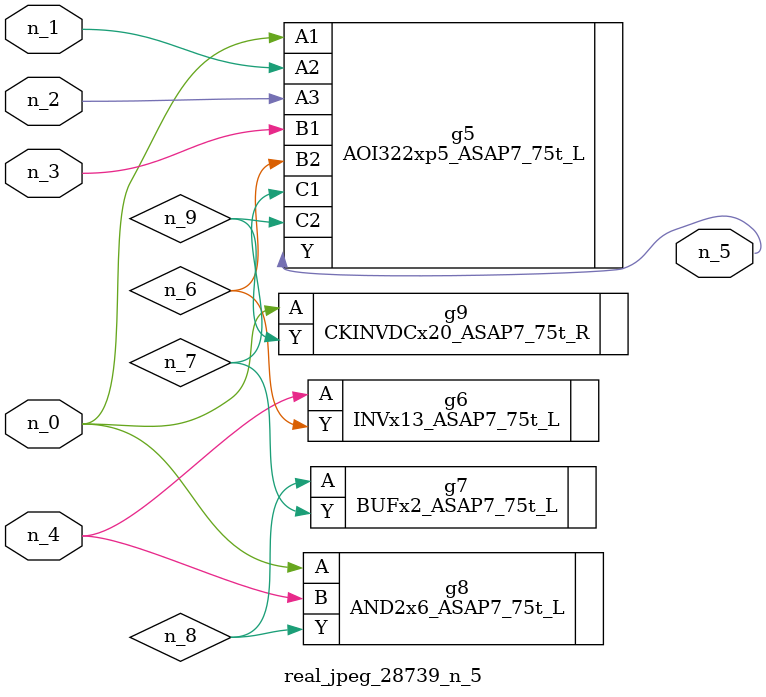
<source format=v>
module real_jpeg_28739_n_5 (n_4, n_0, n_1, n_2, n_3, n_5);

input n_4;
input n_0;
input n_1;
input n_2;
input n_3;

output n_5;

wire n_8;
wire n_6;
wire n_7;
wire n_9;

AOI322xp5_ASAP7_75t_L g5 ( 
.A1(n_0),
.A2(n_1),
.A3(n_2),
.B1(n_3),
.B2(n_6),
.C1(n_7),
.C2(n_9),
.Y(n_5)
);

AND2x6_ASAP7_75t_L g8 ( 
.A(n_0),
.B(n_4),
.Y(n_8)
);

CKINVDCx20_ASAP7_75t_R g9 ( 
.A(n_0),
.Y(n_9)
);

INVx13_ASAP7_75t_L g6 ( 
.A(n_4),
.Y(n_6)
);

BUFx2_ASAP7_75t_L g7 ( 
.A(n_8),
.Y(n_7)
);


endmodule
</source>
